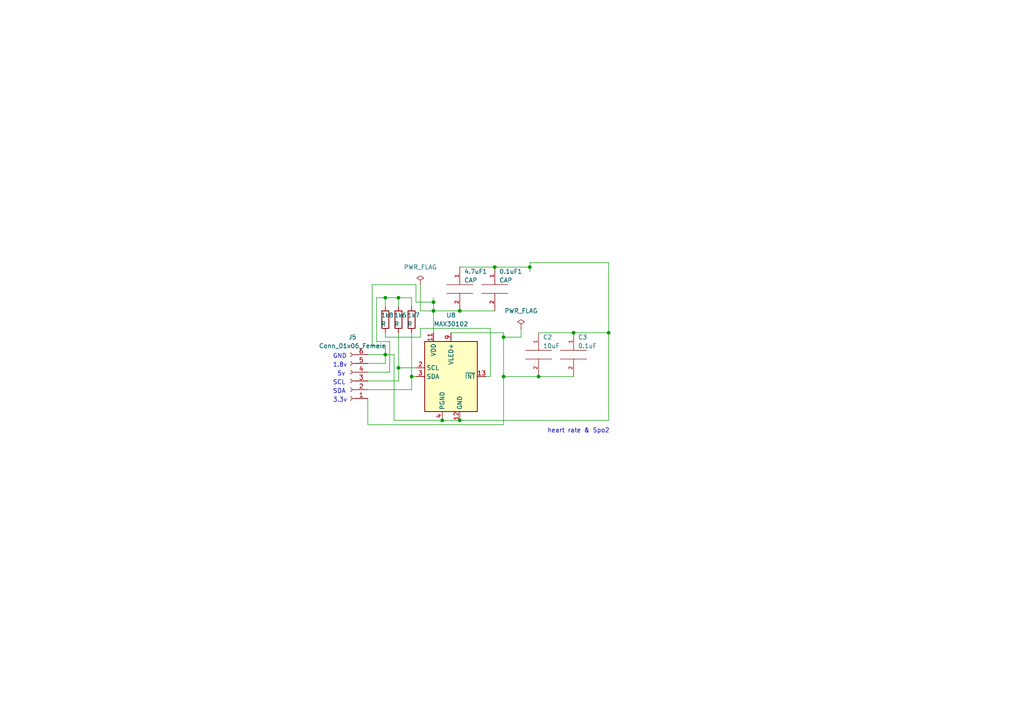
<source format=kicad_sch>
(kicad_sch (version 20211123) (generator eeschema)
  (paper "A4")
  (lib_symbols
    (symbol "Connector:Conn_01x06_Female" (pin_names (offset 1.016) hide)
      (property "Reference" "J" (at 0 7.62 0))
      (property "Value" "Conn_01x06_Female" (at 0 -10.16 0))
      (symbol "Conn_01x06_Female_1_1"
        (arc (start 0 -7.112) (mid -0.508 -7.62) (end 0 -8.128) (stroke (width 0.1524)))
        (arc (start 0 -4.572) (mid -0.508 -5.08) (end 0 -5.588) (stroke (width 0.1524)))
        (arc (start 0 -2.032) (mid -0.508 -2.54) (end 0 -3.048) (stroke (width 0.1524)))
        (polyline (pts (xy -1.27 -7.62) (xy -0.508 -7.62)) (stroke (width 0.1524)))
        (polyline (pts (xy -1.27 -5.08) (xy -0.508 -5.08)) (stroke (width 0.1524)))
        (polyline (pts (xy -1.27 -2.54) (xy -0.508 -2.54)) (stroke (width 0.1524)))
        (polyline (pts (xy -1.27 0) (xy -0.508 0)) (stroke (width 0.1524)))
        (polyline (pts (xy -1.27 2.54) (xy -0.508 2.54)) (stroke (width 0.1524)))
        (polyline (pts (xy -1.27 5.08) (xy -0.508 5.08)) (stroke (width 0.1524)))
        (arc (start 0 0.508) (mid -0.508 0) (end 0 -0.508) (stroke (width 0.1524)))
        (arc (start 0 3.048) (mid -0.508 2.54) (end 0 2.032) (stroke (width 0.1524)))
        (arc (start 0 5.588) (mid -0.508 5.08) (end 0 4.572) (stroke (width 0.1524)))
        (pin passive line (at -5.08 5.08 0) (length 3.81) (name "Pin_1") (number "1"))
        (pin passive line (at -5.08 2.54 0) (length 3.81) (name "Pin_2") (number "2"))
        (pin passive line (at -5.08 0 0) (length 3.81) (name "Pin_3") (number "3"))
        (pin passive line (at -5.08 -2.54 0) (length 3.81) (name "Pin_4") (number "4"))
        (pin passive line (at -5.08 -5.08 0) (length 3.81) (name "Pin_5") (number "5"))
        (pin passive line (at -5.08 -7.62 0) (length 3.81) (name "Pin_6") (number "6"))
      )
    )
    (symbol "Device:R" (pin_numbers hide) (pin_names (offset 0))
      (property "Reference" "R" (at 2.032 0 90))
      (property "Value" "R" (at 0 0 90))
      (symbol "R_0_1"
        (rectangle (start -1.016 -2.54) (end 1.016 2.54) (stroke (width 0.254)))
      )
      (symbol "R_1_1"
        (pin passive line (at 0 3.81 270) (length 1.27) (name "~") (number "1"))
        (pin passive line (at 0 -3.81 90) (length 1.27) (name "~") (number "2"))
      )
    )
    (symbol "Sensor:MAX30102"
      (property "Reference" "U" (at 7.62 15.24 0))
      (property "Value" "MAX30102" (at 7.62 12.7 0))
      (symbol "MAX30102_0_1"
        (rectangle (start -7.62 10.16) (end 7.62 -10.16) (stroke (width 0.254)) (fill (type background)))
      )
      (symbol "MAX30102_1_1"
        (pin no_connect line (at -7.62 5.08 0) (length 2.54) hide (name "NC") (number "1"))
        (pin passive line (at 0 12.7 270) (length 2.54) hide (name "VLED+") (number "10"))
        (pin power_in line (at -5.08 12.7 270) (length 2.54) (name "VDD") (number "11"))
        (pin power_in line (at 2.54 -12.7 90) (length 2.54) (name "GND") (number "12"))
        (pin output line (at 10.16 0 180) (length 2.54) (name "~{INT}") (number "13"))
        (pin no_connect line (at 7.62 2.54 180) (length 2.54) hide (name "NC") (number "14"))
        (pin input line (at -10.16 2.54 0) (length 2.54) (name "SCL") (number "2"))
        (pin bidirectional line (at -10.16 0 0) (length 2.54) (name "SDA") (number "3"))
        (pin power_in line (at -2.54 -12.7 90) (length 2.54) (name "PGND") (number "4"))
        (pin no_connect line (at 7.62 -7.62 180) (length 2.54) hide (name "NC") (number "5"))
        (pin no_connect line (at 7.62 -5.08 180) (length 2.54) hide (name "NC") (number "6"))
        (pin no_connect line (at -7.62 -2.54 0) (length 2.54) hide (name "NC") (number "7"))
        (pin no_connect line (at 7.62 5.08 180) (length 2.54) hide (name "NC") (number "8"))
        (pin power_in line (at 0 12.7 270) (length 2.54) (name "VLED+") (number "9"))
      )
    )
    (symbol "power:PWR_FLAG" (power) (pin_numbers hide) (pin_names (offset 0) hide)
      (property "Value" "PWR_FLAG" (at 0 3.81 0))
      (symbol "PWR_FLAG_0_0"
        (pin power_out line (at 0 0 90) (length 0) (name "pwr") (number "1"))
      )
      (symbol "PWR_FLAG_0_1"
        (polyline (pts (xy 0 0) (xy 0 1.27) (xy -1.016 1.905) (xy 0 2.54) (xy 1.016 1.905) (xy 0 1.27)))
      )
    )
    (symbol "pspice:CAP" (pin_names (offset 0.254))
      (property "Reference" "C" (at 2.54 3.81 90))
      (property "Value" "CAP" (at 2.54 -3.81 90))
      (symbol "CAP_0_1"
        (polyline (pts (xy -3.81 -1.27) (xy 3.81 -1.27)))
        (polyline (pts (xy -3.81 1.27) (xy 3.81 1.27)))
      )
      (symbol "CAP_1_1"
        (pin passive line (at 0 6.35 270) (length 5.08) (name "~") (number "1"))
        (pin passive line (at 0 -6.35 90) (length 5.08) (name "~") (number "2"))
      )
    )
  )
  (junction (at 115.57 86.36))
  (junction (at 146.05 109.22))
  (junction (at 125.73 87.63))
  (junction (at 111.76 102.87))
  (junction (at 133.35 121.92))
  (junction (at 146.05 97.79))
  (junction (at 133.35 90.17))
  (junction (at 143.51 77.47))
  (junction (at 166.37 96.52))
  (junction (at 128.27 121.92))
  (junction (at 119.38 109.22))
  (junction (at 176.53 96.52))
  (junction (at 111.76 86.36))
  (junction (at 156.21 109.22))
  (junction (at 125.73 90.17))
  (junction (at 115.57 106.68))
  (junction (at 153.67 77.47))
  (wire (pts (xy 121.92 97.79) (xy 111.76 97.79)))
  (wire (pts (xy 106.68 102.87) (xy 111.76 102.87)))
  (wire (pts (xy 119.38 109.22) (xy 120.65 109.22)))
  (wire (pts (xy 111.76 100.33) (xy 107.95 100.33)))
  (wire (pts (xy 146.05 109.22) (xy 156.21 109.22)))
  (wire (pts (xy 119.38 113.03) (xy 119.38 109.22)))
  (wire (pts (xy 156.21 109.22) (xy 166.37 109.22)))
  (wire (pts (xy 106.68 113.03) (xy 119.38 113.03)))
  (wire (pts (xy 133.35 77.47) (xy 143.51 77.47)))
  (wire (pts (xy 125.73 86.36) (xy 125.73 87.63)))
  (wire (pts (xy 146.05 97.79) (xy 151.13 97.79)))
  (wire (pts (xy 119.38 88.9) (xy 119.38 86.36)))
  (wire (pts (xy 106.68 115.57) (xy 106.68 123.19)))
  (wire (pts (xy 111.76 105.41) (xy 111.76 102.87)))
  (wire (pts (xy 109.22 99.06) (xy 109.22 86.36)))
  (wire (pts (xy 111.76 88.9) (xy 111.76 86.36)))
  (wire (pts (xy 111.76 102.87) (xy 114.3 102.87)))
  (wire (pts (xy 128.27 121.92) (xy 133.35 121.92)))
  (wire (pts (xy 133.35 90.17) (xy 143.51 90.17)))
  (wire (pts (xy 107.95 100.33) (xy 107.95 82.55)))
  (wire (pts (xy 106.68 107.95) (xy 113.03 107.95)))
  (wire (pts (xy 153.67 76.2) (xy 153.67 77.47)))
  (wire (pts (xy 106.68 105.41) (xy 111.76 105.41)))
  (wire (pts (xy 120.65 87.63) (xy 125.73 87.63)))
  (wire (pts (xy 130.81 96.52) (xy 146.05 96.52)))
  (wire (pts (xy 121.92 82.55) (xy 121.92 90.17)))
  (wire (pts (xy 113.03 107.95) (xy 113.03 99.06)))
  (wire (pts (xy 125.73 90.17) (xy 133.35 90.17)))
  (wire (pts (xy 119.38 96.52) (xy 119.38 109.22)))
  (wire (pts (xy 111.76 102.87) (xy 111.76 100.33)))
  (wire (pts (xy 109.22 86.36) (xy 111.76 86.36)))
  (wire (pts (xy 153.67 77.47) (xy 143.51 77.47)))
  (wire (pts (xy 115.57 110.49) (xy 115.57 106.68)))
  (wire (pts (xy 115.57 106.68) (xy 120.65 106.68)))
  (wire (pts (xy 114.3 121.92) (xy 128.27 121.92)))
  (wire (pts (xy 176.53 121.92) (xy 133.35 121.92)))
  (wire (pts (xy 111.76 86.36) (xy 115.57 86.36)))
  (wire (pts (xy 114.3 102.87) (xy 114.3 121.92)))
  (wire (pts (xy 153.67 76.2) (xy 176.53 76.2)))
  (wire (pts (xy 156.21 96.52) (xy 166.37 96.52)))
  (wire (pts (xy 106.68 110.49) (xy 115.57 110.49)))
  (wire (pts (xy 107.95 82.55) (xy 120.65 82.55)))
  (wire (pts (xy 142.24 109.22) (xy 140.97 109.22)))
  (wire (pts (xy 146.05 97.79) (xy 146.05 109.22)))
  (wire (pts (xy 176.53 96.52) (xy 176.53 121.92)))
  (wire (pts (xy 121.92 95.25) (xy 121.92 97.79)))
  (wire (pts (xy 121.92 90.17) (xy 125.73 90.17)))
  (wire (pts (xy 120.65 82.55) (xy 120.65 87.63)))
  (wire (pts (xy 109.22 99.06) (xy 113.03 99.06)))
  (wire (pts (xy 115.57 86.36) (xy 119.38 86.36)))
  (wire (pts (xy 176.53 96.52) (xy 166.37 96.52)))
  (wire (pts (xy 142.24 95.25) (xy 142.24 109.22)))
  (wire (pts (xy 125.73 90.17) (xy 125.73 96.52)))
  (wire (pts (xy 153.67 78.74) (xy 153.67 77.47)))
  (wire (pts (xy 121.92 95.25) (xy 142.24 95.25)))
  (wire (pts (xy 125.73 87.63) (xy 125.73 90.17)))
  (wire (pts (xy 115.57 96.52) (xy 115.57 106.68)))
  (wire (pts (xy 146.05 123.19) (xy 146.05 109.22)))
  (wire (pts (xy 111.76 97.79) (xy 111.76 96.52)))
  (wire (pts (xy 146.05 96.52) (xy 146.05 97.79)))
  (wire (pts (xy 176.53 76.2) (xy 176.53 96.52)))
  (wire (pts (xy 151.13 95.25) (xy 151.13 97.79)))
  (wire (pts (xy 106.68 123.19) (xy 146.05 123.19)))
  (wire (pts (xy 115.57 86.36) (xy 115.57 88.9)))
  (text "5v" (at 97.79 109.22 0) (effects (font (size 1.27 1.27)) (justify left bottom)))
  (text "heart rate & Spo2 " (at 158.75 125.73 0) (effects (font (size 1.27 1.27)) (justify left bottom)))
  (text "GND" (at 96.52 104.14 0) (effects (font (size 1.27 1.27)) (justify left bottom)))
  (text "SDA" (at 96.52 114.3 0) (effects (font (size 1.27 1.27)) (justify left bottom)))
  (text "1.8v" (at 96.52 106.68 0) (effects (font (size 1.27 1.27)) (justify left bottom)))
  (text "SCL" (at 96.52 111.76 0) (effects (font (size 1.27 1.27)) (justify left bottom)))
  (text "3.3v" (at 96.52 116.84 0) (effects (font (size 1.27 1.27)) (justify left bottom)))
  (symbol (lib_id "pspice:CAP") (at 166.37 102.87 0) (unit 1)
    (property "Reference" "C3" (at 167.64 97.79 0) (effects (justify left)))
    (property "Value" "0.1uF" (at 167.64 100.33 0) (effects (justify left)))
    (property "Footprint" "Capacitor_SMD:CP_Elec_3x5.3" (effects hide))
  )
  (symbol (lib_id "pspice:CAP") (at 156.21 102.87 0) (unit 1)
    (property "Reference" "C2" (at 157.48 97.79 0) (effects (justify left)))
    (property "Value" "10uF" (at 157.48 100.33 0) (effects (justify left)))
    (property "Footprint" "Capacitor_SMD:CP_Elec_3x5.3" (effects hide))
  )
  (symbol (lib_id "Sensor:MAX30102") (at 130.81 109.22 0) (unit 1)
    (property "Reference" "U8" (at 130.81 91.44 0))
    (property "Value" "MAX30102" (at 130.81 93.98 0))
    (property "Footprint" "OptoDevice:Maxim_OLGA-14_3.3x5.6mm_P0.8mm" (effects hide))
    (property "Datasheet" "https://datasheets.maximintegrated.com/en/ds/MAX30102.pdf" (effects hide))
  )
  (symbol (lib_id "pspice:CAP") (at 133.35 83.82 0) (unit 1)
    (property "Reference" "4.7uF1" (at 134.62 78.74 0) (effects (justify left)))
    (property "Value" "CAP" (at 134.62 81.28 0) (effects (justify left)))
    (property "Footprint" "Capacitor_SMD:CP_Elec_3x5.3" (effects hide))
  )
  (symbol (lib_id "Device:R") (at 115.57 92.71 0) (unit 1)
    (property "Reference" "1k7" (at 118.11 91.4399 0) (effects (justify left)))
    (property "Value" "R" (at 118.11 93.9799 0) (effects (justify left)))
    (property "Footprint" "Resistor_THT:R_Axial_DIN0207_L6.3mm_D2.5mm_P10.16mm_Horizontal" (effects hide))
  )
  (symbol (lib_id "Device:R") (at 111.76 92.71 0) (unit 1)
    (property "Reference" "1k6" (at 114.3 91.4399 0) (effects (justify left)))
    (property "Value" "R" (at 114.3 93.9799 0) (effects (justify left)))
    (property "Footprint" "Resistor_THT:R_Axial_DIN0207_L6.3mm_D2.5mm_P10.16mm_Horizontal" (effects hide))
  )
  (symbol (lib_id "pspice:CAP") (at 143.51 83.82 0) (unit 1)
    (property "Reference" "0.1uF1" (at 144.78 78.74 0) (effects (justify left)))
    (property "Value" "CAP" (at 144.78 81.28 0) (effects (justify left)))
    (property "Footprint" "Capacitor_SMD:CP_Elec_3x5.3" (effects hide))
  )
  (symbol (lib_id "power:PWR_FLAG") (at 151.13 95.25 0) (unit 1)
    (property "Reference" "#FLG07" (effects hide))
    (property "Value" "PWR_FLAG" (at 151.13 90.17 0))
  )
  (symbol (lib_id "power:PWR_FLAG") (at 121.92 82.55 0) (unit 1)
    (property "Reference" "#FLG06" (effects hide))
    (property "Value" "PWR_FLAG" (at 121.92 77.47 0))
  )
  (symbol (lib_id "Connector:Conn_01x06_Female") (at 101.6 110.49 180) (unit 1)
    (property "Reference" "J5" (at 102.235 97.79 0))
    (property "Value" "Conn_01x06_Female" (at 102.235 100.33 0))
    (property "Footprint" "Connector_PinHeader_1.00mm:PinHeader_1x06_P1.00mm_Vertical" (effects hide))
  )
  (symbol (lib_id "Device:R") (at 119.38 92.71 0) (unit 1)
    (property "Reference" "1k8" (at 110.49 91.44 0) (effects (justify left)))
    (property "Value" "R" (at 110.49 93.98 0) (effects (justify left)))
    (property "Footprint" "Resistor_THT:R_Axial_DIN0207_L6.3mm_D2.5mm_P10.16mm_Horizontal" (effects hide))
  )
)
</source>
